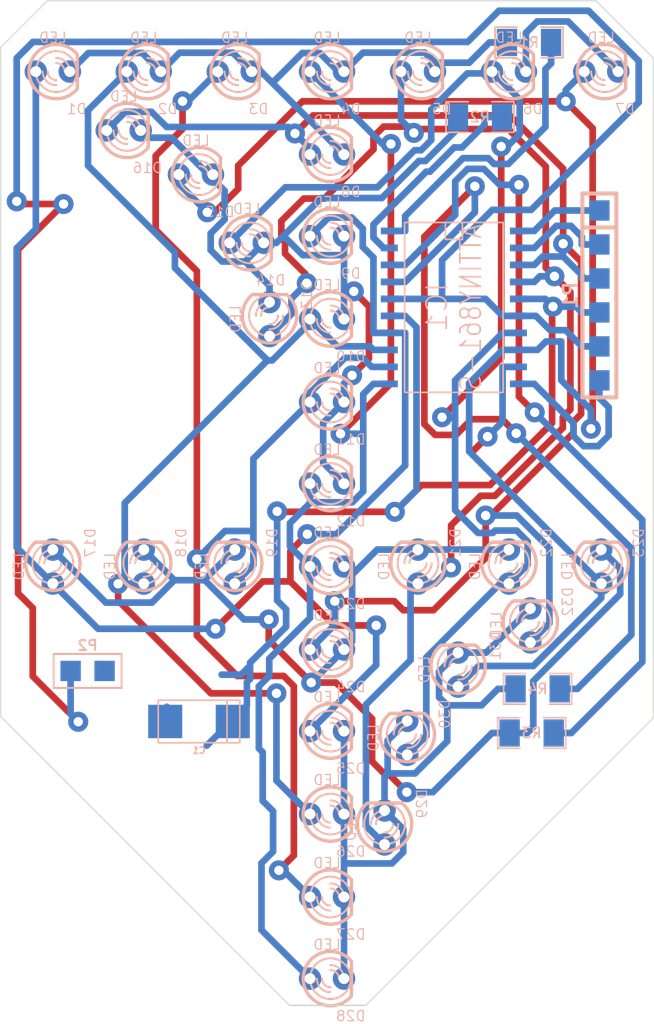
<source format=kicad_pcb>
(kicad_pcb (version 20241229) (generator "pcbnew") (generator_version "9.0")
  (layers (0 "F.Cu" signal) (2 "B.Cu" signal) (13 "F.Paste" user) (15 "B.Paste" user) (5 "F.SilkS" user "F.Silkscreen") (7 "B.SilkS" user "B.Silkscreen") (1 "F.Mask" user) (3 "B.Mask" user) (25 "Edge.Cuts" user))
  (net 0 "")
  (net 1 "Net-(IC1-AVCC)")
  (net 2 "Net-(IC1-(ADC9{slash}INT0{slash}T0{slash}PCINT14)PB6)")
  (net 3 "Net-(D1-A)")
  (net 4 "Net-(D1-K)")
  (net 5 "Net-(D10-K)")
  (net 6 "Net-(D11-K)")
  (net 7 "Net-(D12-K)")
  (net 8 "Net-(D13-K)")
  (net 9 "Net-(D14-K)")
  (net 10 "Net-(D15-K)")
  (net 11 "Net-(D16-K)")
  (net 12 "Net-(D10-A)")
  (net 13 "Net-(D17-A)")
  (net 14 "Net-(D25-A)")
  (net 15 "Net-(IC1-(ADC0{slash}DI{slash}SDA{slash}PCINT0)PA0)")
  (net 16 "Net-(IC1-(AREF{slash}PCINT3)PA3)")
  (net 17 "Net-(IC1-(MOSI{slash}DI{slash}SDA{slash}~{OC1A}{slash}PCINT8)PB0)")
  (net 18 "Net-(IC1-(ADC1{slash}DO{slash}PCINT1)PA1)")
  (net 19 "Net-(IC1-(ADC2{slash}INT1{slash}USCK{slash}SCL{slash}PCINT2)PA2)")
  (net 20 "Net-(IC1-(MISO{slash}DO{slash}OC1A{slash}PCINT9)PB1)")
  (net 21 "Net-(IC1-(ADC10{slash}~{RESET}{slash}PCINT15)PB7)")
  (footprint "SO20L" (layer "B.Cu") (at 186.582 85.1285 -90)
    (property "Reference" "IC1")
    (property "Value" "ATTINY861-S")
  )
  (footprint "SM1206" (layer "B.Cu") (at 192.8449 113.6415 180)
    (property "Reference" "R4")
    (property "Value" "R" (hide yes))
  )
  (footprint "SM1206" (layer "B.Cu") (at 192.3983 116.9399 180)
    (property "Reference" "R3")
    (property "Value" "R" (hide yes))
  )
  (footprint "SM1206" (layer "B.Cu") (at 188.536 70.8972 180)
    (property "Reference" "R2")
    (property "Value" "R" (hide yes))
  )
  (footprint "SM1206" (layer "B.Cu") (at 192.2032 65.3236 180)
    (property "Reference" "R1")
    (property "Value" "R" (hide yes))
  )
  (footprint "SalamaLED" (layer "B.Cu") (at 177.1 110.7)
    (property "Reference" "D24")
    (property "Value" "LED")
  )
  (footprint "SalamaLED" (layer "B.Cu") (at 183.9 67.5)
    (property "Reference" "D5")
    (property "Value" "LED")
  )
  (footprint "SalamaLED" (layer "B.Cu") (at 197.6 104.5 90)
    (property "Reference" "D23")
    (property "Value" "LED")
  )
  (footprint "SalamaLED" (layer "B.Cu") (at 190.7 104.5 90)
    (property "Reference" "D22")
    (property "Value" "LED")
  )
  (footprint "SalamaLED" (layer "B.Cu") (at 163.4 104.5 90)
    (property "Reference" "D18")
    (property "Value" "LED")
  )
  (footprint "SalamaLED" (layer "B.Cu") (at 156.6 104.5 90)
    (property "Reference" "D17")
    (property "Value" "LED")
  )
  (footprint "SalamaLED" (layer "B.Cu") (at 181.4 124 90)
    (property "Reference" "D29")
    (property "Value" "LED")
  )
  (footprint "SalamaLED" (layer "B.Cu") (at 177.1 135.3)
    (property "Reference" "D28")
    (property "Value" "LED")
  )
  (footprint "SalamaLED" (layer "B.Cu") (at 177.1 129.2)
    (property "Reference" "D27")
    (property "Value" "LED")
  )
  (footprint "SalamaLED" (layer "B.Cu") (at 192.3 108.9 90)
    (property "Reference" "D32")
    (property "Value" "LED")
  )
  (footprint "SalamaLED" (layer "B.Cu") (at 186.9 112.2 90)
    (property "Reference" "D31")
    (property "Value" "LED")
  )
  (footprint "SalamaLED" (layer "B.Cu") (at 183.1 117.3 90)
    (property "Reference" "D30")
    (property "Value" "LED")
  )
  (footprint "SalamaLED" (layer "B.Cu") (at 177.1 123)
    (property "Reference" "D26")
    (property "Value" "LED")
  )
  (footprint "SalamaLED" (layer "B.Cu") (at 177.1 116.8)
    (property "Reference" "D25")
    (property "Value" "LED")
  )
  (footprint "SalamaLED" (layer "B.Cu") (at 177.1 104.5)
    (property "Reference" "D20")
    (property "Value" "LED")
  )
  (footprint "SalamaLED" (layer "B.Cu") (at 177.1 67.5)
    (property "Reference" "D4")
    (property "Value" "LED")
  )
  (footprint "SalamaLED" (layer "B.Cu") (at 170.2 67.5)
    (property "Reference" "D3")
    (property "Value" "LED")
  )
  (footprint "SalamaLED" (layer "B.Cu") (at 177.1 73.7)
    (property "Reference" "D8")
    (property "Value" "LED")
  )
  (footprint "SalamaLED" (layer "B.Cu") (at 197.6 67.5)
    (property "Reference" "D7")
    (property "Value" "LED")
  )
  (footprint "SalamaLED" (layer "B.Cu") (at 190.7 67.5)
    (property "Reference" "D6")
    (property "Value" "LED")
  )
  (footprint "SalamaLED" (layer "B.Cu") (at 163.4 67.5)
    (property "Reference" "D2")
    (property "Value" "LED")
  )
  (footprint "SalamaLED" (layer "B.Cu") (at 156.6 67.5)
    (property "Reference" "D1")
    (property "Value" "LED")
  )
  (footprint "SalamaLED" (layer "B.Cu") (at 172.8 86 90)
    (property "Reference" "D13")
    (property "Value" "LED")
  )
  (footprint "SalamaLED" (layer "B.Cu") (at 177.1 98.3)
    (property "Reference" "D12")
    (property "Value" "LED")
  )
  (footprint "SalamaLED" (layer "B.Cu") (at 177.1 92.2)
    (property "Reference" "D11")
    (property "Value" "LED")
  )
  (footprint "SalamaLED" (layer "B.Cu") (at 161.9 71.9)
    (property "Reference" "D16")
    (property "Value" "LED")
  )
  (footprint "SalamaLED" (layer "B.Cu") (at 167.3 75.2)
    (property "Reference" "D15")
    (property "Value" "LED")
  )
  (footprint "SalamaLED" (layer "B.Cu") (at 171.1 80.3)
    (property "Reference" "D14")
    (property "Value" "LED")
  )
  (footprint "SalamaLED" (layer "B.Cu") (at 177.1 86)
    (property "Reference" "D10")
    (property "Value" "LED")
  )
  (footprint "SalamaLED" (layer "B.Cu") (at 177.1 79.8)
    (property "Reference" "D9")
    (property "Value" "LED")
  )
  (footprint "SalamaLED" (layer "B.Cu") (at 183.9 104.5 90)
    (property "Reference" "D21")
    (property "Value" "LED")
  )
  (footprint "SalamaLED" (layer "B.Cu") (at 170.2 104.5 90)
    (property "Reference" "D19")
    (property "Value" "LED")
  )
  (footprint "Salama_virta" (layer "B.Cu") (at 159.2 112.3 180)
    (property "Reference" "P2")
    (property "Value" "CONN_2" (hide yes))
  )
  (footprint "Ohjelmointiliitin" (layer "B.Cu") (at 197.4599 84.2346 -90)
    (property "Reference" "P1")
    (property "Value" "CONN_6" (hide yes))
  )
  (footprint "c_tant_C" (layer "B.Cu") (at 167.5277 116.0795)
    (property "Reference" "C1")
    (property "Value" "CP1" (hide yes))
  )
  (gr_line (start 152.7 112.9) (end 152.7 115.7) (stroke (width 0.1)) (layer "Edge.Cuts"))
  (gr_line (start 174.3 137.3) (end 180 137.3) (stroke (width 0.1)) (layer "Edge.Cuts"))
  (gr_line (start 196.7 62.2) (end 156.2 62.2) (stroke (width 0.1)) (layer "Edge.Cuts"))
  (gr_line (start 156.2 62.2) (end 152.7 65.7) (stroke (width 0.1)) (layer "Edge.Cuts"))
  (gr_line (start 180 137.3) (end 201.5 115.8) (stroke (width 0.1)) (layer "Edge.Cuts"))
  (gr_line (start 201.5 115.8) (end 201.5 66.5) (stroke (width 0.1)) (layer "Edge.Cuts"))
  (gr_line (start 152.7 115.7) (end 174.3 137.3) (stroke (width 0.1)) (layer "Edge.Cuts"))
  (gr_line (start 197.2 62.2) (end 196.7 62.2) (stroke (width 0.1)) (layer "Edge.Cuts"))
  (gr_line (start 201.5 66.5) (end 197.2 62.2) (stroke (width 0.1)) (layer "Edge.Cuts"))
  (gr_line (start 152.7 65.7) (end 152.7 112.9) (stroke (width 0.1)) (layer "Edge.Cuts"))
  (segment (start 158.5 116.1) (end 155.1 112.7) (width 0.5) (layer "F.Cu") (net 0))
  (segment (start 155.1 112.7) (end 155.1 107.6) (width 0.5) (layer "F.Cu") (net 0))
  (segment (start 155.1 107.6) (end 154 106.5) (width 0.5) (layer "F.Cu") (net 0))
  (segment (start 154 106.5) (end 154 80.8) (width 0.5) (layer "F.Cu") (net 0))
  (segment (start 154 80.8) (end 157.4 77.4) (width 0.5) (layer "F.Cu") (net 0))
  (segment (start 153.9 77.2) (end 154.1 77.4) (width 0.5) (layer "F.Cu") (net 0))
  (segment (start 154.1 77.4) (end 157.4 77.4) (width 0.5) (layer "F.Cu") (net 0))
  (via (at 158.5 116.1) (size 1.5) (drill 0.7) (layers "F.Cu" "B.Cu") (net 0))
  (via (at 153.9 77.2) (size 1.5) (drill 0.7) (layers "F.Cu" "B.Cu") (net 0))
  (via (at 157.4 77.4) (size 1.5) (drill 0.7) (layers "F.Cu" "B.Cu") (net 0))
  (segment (start 157.93 115.53) (end 158.5 116.1) (width 0.5) (layer "B.Cu") (net 0))
  (segment (start 185.7 84.4935) (end 182.9413 84.4935) (width 0.5) (layer "B.Cu") (net 0))
  (segment (start 185.7 81.596174) (end 189.458461 77.837713) (width 0.5) (layer "B.Cu") (net 0))
  (segment (start 189.458461 77.837713) (end 192.362287 77.837713) (width 0.5) (layer "B.Cu") (net 0))
  (segment (start 192.362287 77.837713) (end 200.4 69.8) (width 0.5) (layer "B.Cu") (net 0))
  (segment (start 200.4 69.8) (end 200.4 66.7) (width 0.5) (layer "B.Cu") (net 0))
  (segment (start 200.4 66.7) (end 196.654598 62.954598) (width 0.5) (layer "B.Cu") (net 0))
  (segment (start 196.654598 62.954598) (end 189.945402 62.954598) (width 0.5) (layer "B.Cu") (net 0))
  (segment (start 189.945402 62.954598) (end 187.615802 65.284198) (width 0.5) (layer "B.Cu") (net 0))
  (segment (start 187.615802 65.284198) (end 155.115802 65.284198) (width 0.5) (layer "B.Cu") (net 0))
  (segment (start 155.115802 65.284198) (end 153.9 66.5) (width 0.5) (layer "B.Cu") (net 0))
  (segment (start 153.9 66.5) (end 153.9 77.2) (width 0.5) (layer "B.Cu") (net 0))
  (segment (start 193.7831 86.8316) (end 194.9346 86.8316) (width 0.5) (layer "B.Cu") (net 0))
  (segment (start 190.2227 85.7635) (end 188.9527 84.4935) (width 0.5) (layer "B.Cu") (net 0))
  (segment (start 191.408 85.7635) (end 192.715 85.7635) (width 0.5) (layer "B.Cu") (net 0))
  (segment (start 185.7 84.4935) (end 185.7 81.596174) (width 0.5) (layer "B.Cu") (net 0))
  (segment (start 194.9346 86.8316) (end 196.1476 88.0446) (width 0.5) (layer "B.Cu") (net 0))
  (segment (start 157.93 112.3) (end 157.93 115.53) (width 0.5) (layer "B.Cu") (net 0))
  (segment (start 192.715 85.7635) (end 193.7831 86.8316) (width 0.5) (layer "B.Cu") (net 0))
  (segment (start 181.756 84.4935) (end 182.9413 84.4935) (width 0.5) (layer "B.Cu") (net 0))
  (segment (start 197.4599 88.0446) (end 196.1476 88.0446) (width 0.5) (layer "B.Cu") (net 0))
  (segment (start 191.408 85.7635) (end 190.2227 85.7635) (width 0.5) (layer "B.Cu") (net 0))
  (segment (start 188.9527 84.4935) (end 185.7 84.4935) (width 0.5) (layer "B.Cu") (net 0))
  (segment (start 193.9267 93.7619) (end 189.2813 98.4073) (width 0.5) (layer "F.Cu") (net 1))
  (segment (start 182.1689 100.4068) (end 173.4038 100.4068) (width 0.5) (layer "F.Cu") (net 1))
  (segment (start 193.9267 85.1371) (end 193.9267 93.7619) (width 0.5) (layer "F.Cu") (net 1))
  (segment (start 193.9933 85.0705) (end 193.9267 85.1371) (width 0.5) (layer "F.Cu") (net 1))
  (segment (start 184.1684 98.4073) (end 182.1689 100.4068) (width 0.5) (layer "F.Cu") (net 1))
  (segment (start 189.2813 98.4073) (end 184.1684 98.4073) (width 0.5) (layer "F.Cu") (net 1))
  (segment (start 173.4038 100.4068) (end 173.3703 100.3733) (width 0.5) (layer "F.Cu") (net 1))
  (via (at 182.1689 100.4068) (size 1.5) (drill 0.7) (layers "F.Cu" "B.Cu") (net 1))
  (via (at 173.3703 100.3733) (size 1.5) (drill 0.7) (layers "F.Cu" "B.Cu") (net 1))
  (via (at 193.9933 85.0705) (size 1.5) (drill 0.7) (layers "F.Cu" "B.Cu") (net 1))
  (segment (start 171.1093 114.8817) (end 169.982 116.009) (width 0.5) (layer "B.Cu") (net 1))
  (segment (start 171.3498 111.6862) (end 174.0424 108.9936) (width 0.5) (layer "B.Cu") (net 1))
  (segment (start 174.0424 108.9936) (end 174.0424 107.7045) (width 0.5) (layer "B.Cu") (net 1))
  (segment (start 168.1115 117.8795) (end 169.982 116.009) (width 0.5) (layer "B.Cu") (net 1))
  (segment (start 183.7898 98.7859) (end 182.1689 100.4068) (width 0.5) (layer "B.Cu") (net 1))
  (segment (start 174.0424 107.7045) (end 173.3703 107.0324) (width 0.5) (layer "B.Cu") (net 1))
  (segment (start 171.3498 112.0736) (end 171.3498 111.6862) (width 0.5) (layer "B.Cu") (net 1))
  (segment (start 171.3498 112.0736) (end 171.179 112.0736) (width 0.5) (layer "B.Cu") (net 1))
  (segment (start 193.9933 85.0705) (end 195.7135 85.0705) (width 0.5) (layer "B.Cu") (net 1))
  (segment (start 169.982 116.009) (end 170.0525 116.0795) (width 0.5) (layer "B.Cu") (net 1))
  (segment (start 197.4599 85.5046) (end 196.1476 85.5046) (width 0.5) (layer "B.Cu") (net 1))
  (segment (start 195.7135 85.0705) (end 196.1476 85.5046) (width 0.5) (layer "B.Cu") (net 1))
  (segment (start 193.9933 85.0705) (end 193.4163 84.4935) (width 0.5) (layer "B.Cu") (net 1))
  (segment (start 193.4163 84.4935) (end 191.408 84.4935) (width 0.5) (layer "B.Cu") (net 1))
  (segment (start 171.179 112.0736) (end 170.6716 112.581) (width 0.5) (layer "B.Cu") (net 1))
  (segment (start 182.9413 85.7635) (end 183.7898 86.612) (width 0.5) (layer "B.Cu") (net 1))
  (segment (start 171.3498 112.0736) (end 171.3498 112.8946) (width 0.5) (layer "B.Cu") (net 1))
  (segment (start 169.2209 112.581) (end 170.6716 112.581) (width 0.5) (layer "B.Cu") (net 1))
  (segment (start 171.1093 113.1351) (end 171.1093 114.8817) (width 0.5) (layer "B.Cu") (net 1))
  (segment (start 181.756 85.7635) (end 182.9413 85.7635) (width 0.5) (layer "B.Cu") (net 1))
  (segment (start 183.7898 86.612) (end 183.7898 98.7859) (width 0.5) (layer "B.Cu") (net 1))
  (segment (start 171.3498 112.8946) (end 171.1093 113.1351) (width 0.5) (layer "B.Cu") (net 1))
  (segment (start 173.3703 107.0324) (end 173.3703 100.3733) (width 0.5) (layer "B.Cu") (net 1))
  (segment (start 187.9902 95.8988) (end 189.1028 94.7862) (width 0.5) (layer "F.Cu") (net 2))
  (via (at 189.1028 94.7862) (size 1.5) (drill 0.7) (layers "F.Cu" "B.Cu") (net 2))
  (segment (start 164.8618 115.8668) (end 164.8618 115.9384) (width 0.5) (layer "B.Cu") (net 2))
  (segment (start 164.8618 115.2412) (end 165.1213 114.9817) (width 0.5) (layer "B.Cu") (net 2))
  (segment (start 190.2227 89.5735) (end 190.2227 93.6663) (width 0.5) (layer "B.Cu") (net 2))
  (segment (start 191.408 89.5735) (end 190.2227 89.5735) (width 0.5) (layer "B.Cu") (net 2))
  (segment (start 164.8618 115.8668) (end 164.8618 115.2412) (width 0.5) (layer "B.Cu") (net 2))
  (segment (start 164.8618 115.9384) (end 165.0029 116.0795) (width 0.5) (layer "B.Cu") (net 2))
  (segment (start 190.2227 93.6663) (end 189.1028 94.7862) (width 0.5) (layer "B.Cu") (net 2))
  (segment (start 191.8645 65.3236) (end 191.97 65.3236) (width 0.5) (layer "B.Cu") (net 3))
  (segment (start 191.97 67.5) (end 191.97 65.3236) (width 0.5) (layer "B.Cu") (net 3))
  (segment (start 185.17 67.5) (end 185.17 66.8372) (width 0.5) (layer "B.Cu") (net 3))
  (segment (start 176.5591 66.1114) (end 177.9477 67.5) (width 0.5) (layer "B.Cu") (net 3))
  (segment (start 164.67 67.5) (end 163.2815 66.1115) (width 0.5) (layer "B.Cu") (net 3))
  (segment (start 173.0159 68.3458) (end 178.37 73.7) (width 0.5) (layer "B.Cu") (net 3))
  (segment (start 170.0602 66.0902) (end 166.0798 66.0902) (width 0.5) (layer "B.Cu") (net 3))
  (segment (start 191.97 65.3236) (end 191.97 64.6006) (width 0.5) (layer "B.Cu") (net 3))
  (segment (start 192.816 63.7546) (end 195.1246 63.7546) (width 0.5) (layer "B.Cu") (net 3))
  (segment (start 177.9477 67.5) (end 178.37 67.5) (width 0.5) (layer "B.Cu") (net 3))
  (segment (start 190.5522 65.3236) (end 189.2399 65.3236) (width 0.5) (layer "B.Cu") (net 3))
  (segment (start 175.2503 66.1114) (end 176.5591 66.1114) (width 0.5) (layer "B.Cu") (net 3))
  (segment (start 173.0159 68.3458) (end 175.2503 66.1114) (width 0.5) (layer "B.Cu") (net 3))
  (segment (start 166.0798 66.0902) (end 164.67 67.5) (width 0.5) (layer "B.Cu") (net 3))
  (segment (start 185.17 66.8372) (end 184.417 66.0842) (width 0.5) (layer "B.Cu") (net 3))
  (segment (start 187.7263 66.8372) (end 189.2399 65.3236) (width 0.5) (layer "B.Cu") (net 3))
  (segment (start 159.2585 66.1115) (end 157.87 67.5) (width 0.5) (layer "B.Cu") (net 3))
  (segment (start 190.5522 65.3236) (end 191.8645 65.3236) (width 0.5) (layer "B.Cu") (net 3))
  (segment (start 172.17 67.5) (end 173.0159 68.3458) (width 0.5) (layer "B.Cu") (net 3))
  (segment (start 185.17 66.8372) (end 187.7263 66.8372) (width 0.5) (layer "B.Cu") (net 3))
  (segment (start 195.1246 63.7546) (end 198.87 67.5) (width 0.5) (layer "B.Cu") (net 3))
  (segment (start 184.417 66.0842) (end 179.7858 66.0842) (width 0.5) (layer "B.Cu") (net 3))
  (segment (start 171.47 67.5) (end 170.0602 66.0902) (width 0.5) (layer "B.Cu") (net 3))
  (segment (start 171.47 67.5) (end 172.17 67.5) (width 0.5) (layer "B.Cu") (net 3))
  (segment (start 191.97 64.6006) (end 192.816 63.7546) (width 0.5) (layer "B.Cu") (net 3))
  (segment (start 179.7858 66.0842) (end 178.37 67.5) (width 0.5) (layer "B.Cu") (net 3))
  (segment (start 163.2815 66.1115) (end 159.2585 66.1115) (width 0.5) (layer "B.Cu") (net 3))
  (segment (start 177.6499 108.9002) (end 180.7746 108.9002) (width 0.5) (layer "F.Cu") (net 4))
  (segment (start 174.3599 105.6102) (end 177.6499 108.9002) (width 0.5) (layer "F.Cu") (net 4))
  (segment (start 172.301 105.6102) (end 168.7615 109.1497) (width 0.5) (layer "F.Cu") (net 4))
  (segment (start 174.3599 103.344) (end 175.6264 102.0775) (width 0.5) (layer "F.Cu") (net 4))
  (segment (start 174.3599 105.6102) (end 174.3599 103.344) (width 0.5) (layer "F.Cu") (net 4))
  (segment (start 174.3599 105.6102) (end 172.301 105.6102) (width 0.5) (layer "F.Cu") (net 4))
  (via (at 175.6264 102.0775) (size 1.5) (drill 0.7) (layers "F.Cu" "B.Cu") (net 4))
  (via (at 180.7746 108.9002) (size 1.5) (drill 0.7) (layers "F.Cu" "B.Cu") (net 4))
  (via (at 168.7615 109.1497) (size 1.5) (drill 0.7) (layers "F.Cu" "B.Cu") (net 4))
  (segment (start 155.33 79.27) (end 153.9 80.7) (width 0.5) (layer "B.Cu") (net 4))
  (segment (start 153.9 80.7) (end 153.9 103.07) (width 0.5) (layer "B.Cu") (net 4))
  (segment (start 153.9 103.07) (end 156.6 105.77) (width 0.5) (layer "B.Cu") (net 4))
  (segment (start 182.9413 96.9427) (end 177.8065 102.0775) (width 0.5) (layer "B.Cu") (net 4))
  (segment (start 181.756 87.0335) (end 180.5707 87.0335) (width 0.5) (layer "B.Cu") (net 4))
  (segment (start 155.33 67.5) (end 155.33 79.27) (width 0.5) (layer "B.Cu") (net 4))
  (segment (start 159.9797 109.1497) (end 168.7615 109.1497) (width 0.5) (layer "B.Cu") (net 4))
  (segment (start 179.7704 79.2364) (end 179.7704 80.6053) (width 0.5) (layer "B.Cu") (net 4))
  (segment (start 156.6 105.77) (end 156.6 105.9874) (width 0.5) (layer "B.Cu") (net 4))
  (segment (start 156.6 105.77) (end 159.9797 109.1497) (width 0.5) (layer "B.Cu") (net 4))
  (segment (start 178.945 78.411) (end 179.7704 79.2364) (width 0.5) (layer "B.Cu") (net 4))
  (segment (start 177.8065 102.0775) (end 175.6264 102.0775) (width 0.5) (layer "B.Cu") (net 4))
  (segment (start 175.83 79.8) (end 177.219 78.411) (width 0.5) (layer "B.Cu") (net 4))
  (segment (start 180.7746 111.8554) (end 180.7746 108.9002) (width 0.5) (layer "B.Cu") (net 4))
  (segment (start 177.219 78.411) (end 178.945 78.411) (width 0.5) (layer "B.Cu") (net 4))
  (segment (start 180.5707 81.4056) (end 180.5707 87.0335) (width 0.5) (layer "B.Cu") (net 4))
  (segment (start 181.756 87.0335) (end 182.9413 87.0335) (width 0.5) (layer "B.Cu") (net 4))
  (segment (start 156.6 105.9874) (end 156.5745 106.0129) (width 0.5) (layer "B.Cu") (net 4))
  (segment (start 175.83 116.8) (end 180.7746 111.8554) (width 0.5) (layer "B.Cu") (net 4))
  (segment (start 182.9413 87.0335) (end 182.9413 96.9427) (width 0.5) (layer "B.Cu") (net 4))
  (segment (start 179.7704 80.6053) (end 180.5707 81.4056) (width 0.5) (layer "B.Cu") (net 4))
  (segment (start 161.4819 107.0389) (end 168.4182 113.9752) (width 0.5) (layer "F.Cu") (net 5))
  (segment (start 161.4819 105.7892) (end 161.4819 107.0389) (width 0.5) (layer "F.Cu") (net 5))
  (segment (start 168.4182 113.9752) (end 173.3185 113.9752) (width 0.5) (layer "F.Cu") (net 5))
  (via (at 161.4819 105.7892) (size 1.5) (drill 0.7) (layers "F.Cu" "B.Cu") (net 5))
  (via (at 173.3185 113.9752) (size 1.5) (drill 0.7) (layers "F.Cu" "B.Cu") (net 5))
  (segment (start 181.756 88.3035) (end 180.5707 88.3035) (width 0.5) (layer "B.Cu") (net 5))
  (segment (start 175.9627 86.1327) (end 177.8689 88.0389) (width 0.5) (layer "B.Cu") (net 5))
  (segment (start 159.232 70.398) (end 159.232 74.5295) (width 0.5) (layer "B.Cu") (net 5))
  (segment (start 173.3185 120.4885) (end 173.3185 113.9752) (width 0.5) (layer "B.Cu") (net 5))
  (segment (start 161.5011 105.77) (end 161.4819 105.7892) (width 0.5) (layer "B.Cu") (net 5))
  (segment (start 173.0079 89.0875) (end 175.9627 86.1327) (width 0.5) (layer "B.Cu") (net 5))
  (segment (start 161.9758 99.7538) (end 172.6421 89.0875) (width 0.5) (layer "B.Cu") (net 5))
  (segment (start 161.9758 105.77) (end 161.5011 105.77) (width 0.5) (layer "B.Cu") (net 5))
  (segment (start 159.232 74.5295) (end 165.7282 81.0257) (width 0.5) (layer "B.Cu") (net 5))
  (segment (start 180.3061 88.0389) (end 180.5707 88.3035) (width 0.5) (layer "B.Cu") (net 5))
  (segment (start 165.7282 81.0257) (end 165.7282 82.1736) (width 0.5) (layer "B.Cu") (net 5))
  (segment (start 172.6421 89.0875) (end 173.0079 89.0875) (width 0.5) (layer "B.Cu") (net 5))
  (segment (start 175.83 86) (end 175.9627 86.1327) (width 0.5) (layer "B.Cu") (net 5))
  (segment (start 161.9758 105.77) (end 161.9758 99.7538) (width 0.5) (layer "B.Cu") (net 5))
  (segment (start 163.4 105.77) (end 161.9758 105.77) (width 0.5) (layer "B.Cu") (net 5))
  (segment (start 175.83 123) (end 173.3185 120.4885) (width 0.5) (layer "B.Cu") (net 5))
  (segment (start 177.8689 88.0389) (end 180.3061 88.0389) (width 0.5) (layer "B.Cu") (net 5))
  (segment (start 162.13 67.5) (end 159.232 70.398) (width 0.5) (layer "B.Cu") (net 5))
  (segment (start 165.7282 82.1736) (end 172.6421 89.0875) (width 0.5) (layer "B.Cu") (net 5))
  (segment (start 173.8572 112.6749) (end 174.6188 113.4365) (width 0.5) (layer "F.Cu") (net 6))
  (segment (start 167.3686 103.9403) (end 167.3686 109.6591) (width 0.5) (layer "F.Cu") (net 6))
  (segment (start 167.3686 103.9403) (end 167.3686 82.4099) (width 0.5) (layer "F.Cu") (net 6))
  (segment (start 164.2887 73.7988) (end 166.298 71.7895) (width 0.5) (layer "F.Cu") (net 6))
  (segment (start 164.2888 79.3301) (end 164.2887 79.3301) (width 0.5) (layer "F.Cu") (net 6))
  (segment (start 174.6188 126.0882) (end 173.4991 127.2079) (width 0.5) (layer "F.Cu") (net 6))
  (segment (start 174.6188 113.4365) (end 174.6188 126.0882) (width 0.5) (layer "F.Cu") (net 6))
  (segment (start 167.3686 109.6591) (end 170.3844 112.6749) (width 0.5) (layer "F.Cu") (net 6))
  (segment (start 164.2887 79.3301) (end 164.2887 73.7988) (width 0.5) (layer "F.Cu") (net 6))
  (segment (start 170.3844 112.6749) (end 173.8572 112.6749) (width 0.5) (layer "F.Cu") (net 6))
  (segment (start 167.3686 82.4099) (end 164.2888 79.3301) (width 0.5) (layer "F.Cu") (net 6))
  (segment (start 166.298 71.7895) (end 166.298 69.7172) (width 0.5) (layer "F.Cu") (net 6))
  (via (at 167.3686 103.9403) (size 1.5) (drill 0.7) (layers "F.Cu" "B.Cu") (net 6))
  (via (at 173.4991 127.2079) (size 1.5) (drill 0.7) (layers "F.Cu" "B.Cu") (net 6))
  (via (at 166.298 69.7172) (size 1.5) (drill 0.7) (layers "F.Cu" "B.Cu") (net 6))
  (segment (start 168.93 67.5) (end 166.7128 69.7172) (width 0.5) (layer "B.Cu") (net 6))
  (segment (start 179.7664 88.9016) (end 180.4383 89.5735) (width 0.5) (layer "B.Cu") (net 6))
  (segment (start 173.8379 127.2079) (end 173.4991 127.2079) (width 0.5) (layer "B.Cu") (net 6))
  (segment (start 175.83 92.2) (end 171.5932 96.4368) (width 0.5) (layer "B.Cu") (net 6))
  (segment (start 175.83 92.2) (end 175.83 91.5112) (width 0.5) (layer "B.Cu") (net 6))
  (segment (start 178.4396 88.9016) (end 179.7664 88.9016) (width 0.5) (layer "B.Cu") (net 6))
  (segment (start 180.4383 89.5735) (end 181.756 89.5735) (width 0.5) (layer "B.Cu") (net 6))
  (segment (start 166.7128 69.7172) (end 166.298 69.7172) (width 0.5) (layer "B.Cu") (net 6))
  (segment (start 171.5932 104.3768) (end 170.2 105.77) (width 0.5) (layer "B.Cu") (net 6))
  (segment (start 169.4703 101.8386) (end 167.3686 103.9403) (width 0.5) (layer "B.Cu") (net 6))
  (segment (start 171.5932 96.4368) (end 171.5932 101.8386) (width 0.5) (layer "B.Cu") (net 6))
  (segment (start 171.5932 101.8386) (end 169.4703 101.8386) (width 0.5) (layer "B.Cu") (net 6))
  (segment (start 175.83 129.2) (end 173.8379 127.2079) (width 0.5) (layer "B.Cu") (net 6))
  (segment (start 175.83 91.5112) (end 178.4396 88.9016) (width 0.5) (layer "B.Cu") (net 6))
  (segment (start 171.5932 101.8386) (end 171.5932 104.3768) (width 0.5) (layer "B.Cu") (net 6))
  (segment (start 181.8739 90.8099) (end 181.8739 72.9135) (width 0.5) (layer "F.Cu") (net 7))
  (segment (start 178.1118 94.572) (end 181.8739 90.8099) (width 0.5) (layer "F.Cu") (net 7))
  (via (at 178.1118 94.572) (size 1.5) (drill 0.7) (layers "F.Cu" "B.Cu") (net 7))
  (via (at 181.8739 72.9135) (size 1.5) (drill 0.7) (layers "F.Cu" "B.Cu") (net 7))
  (segment (start 174.3261 102.9961) (end 175.83 104.5) (width 0.5) (layer "B.Cu") (net 7))
  (segment (start 173.0663 125.8018) (end 172.1988 126.6693) (width 0.5) (layer "B.Cu") (net 7))
  (segment (start 173.0663 122.7859) (end 173.0663 125.8018) (width 0.5) (layer "B.Cu") (net 7))
  (segment (start 179.8076 98.8771) (end 178.9883 99.6964) (width 0.5) (layer "B.Cu") (net 7))
  (segment (start 179.8076 91.6066) (end 180.5707 90.8435) (width 0.5) (layer "B.Cu") (net 7))
  (segment (start 181.2435 72.9135) (end 181.8739 72.9135) (width 0.5) (layer "B.Cu") (net 7))
  (segment (start 174.3261 101.2566) (end 174.3261 102.9961) (width 0.5) (layer "B.Cu") (net 7))
  (segment (start 179.8076 94.572) (end 179.8076 91.6066) (width 0.5) (layer "B.Cu") (net 7))
  (segment (start 175.83 67.5) (end 181.2435 72.9135) (width 0.5) (layer "B.Cu") (net 7))
  (segment (start 172.0048 118.0938) (end 172.2906 118.3796) (width 0.5) (layer "B.Cu") (net 7))
  (segment (start 179.8076 94.572) (end 178.1118 94.572) (width 0.5) (layer "B.Cu") (net 7))
  (segment (start 172.1988 131.6688) (end 175.83 135.3) (width 0.5) (layer "B.Cu") (net 7))
  (segment (start 175.83 98.3) (end 175.83 99.6964) (width 0.5) (layer "B.Cu") (net 7))
  (segment (start 175.83 108.3379) (end 172.7799 111.388) (width 0.5) (layer "B.Cu") (net 7))
  (segment (start 172.7799 112.6749) (end 172.0048 113.45) (width 0.5) (layer "B.Cu") (net 7))
  (segment (start 175.83 99.6964) (end 175.83 99.7527) (width 0.5) (layer "B.Cu") (net 7))
  (segment (start 179.8076 94.572) (end 179.8076 98.8771) (width 0.5) (layer "B.Cu") (net 7))
  (segment (start 178.9883 99.6964) (end 175.83 99.6964) (width 0.5) (layer "B.Cu") (net 7))
  (segment (start 172.1988 126.6693) (end 172.1988 131.6688) (width 0.5) (layer "B.Cu") (net 7))
  (segment (start 172.7799 111.388) (end 172.7799 112.6749) (width 0.5) (layer "B.Cu") (net 7))
  (segment (start 175.83 104.5) (end 175.83 108.3379) (width 0.5) (layer "B.Cu") (net 7))
  (segment (start 181.756 90.8435) (end 180.5707 90.8435) (width 0.5) (layer "B.Cu") (net 7))
  (segment (start 172.2906 122.0102) (end 173.0663 122.7859) (width 0.5) (layer "B.Cu") (net 7))
  (segment (start 175.83 99.7527) (end 174.3261 101.2566) (width 0.5) (layer "B.Cu") (net 7))
  (segment (start 172.2906 118.3796) (end 172.2906 122.0102) (width 0.5) (layer "B.Cu") (net 7))
  (segment (start 172.0048 113.45) (end 172.0048 118.0938) (width 0.5) (layer "B.Cu") (net 7))
  (segment (start 175.4773 82.6204) (end 175.4774 82.6204) (width 0.5) (layer "F.Cu") (net 8))
  (segment (start 173.685 79.9591) (end 173.9566 80.2307) (width 0.5) (layer "F.Cu") (net 8))
  (segment (start 190.6567 71.7988) (end 193.4519 74.594) (width 0.5) (layer "F.Cu") (net 8))
  (segment (start 173.685 78.671) (end 173.685 79.9591) (width 0.5) (layer "F.Cu") (net 8))
  (segment (start 183.5893 71.7988) (end 183.5893 72.0827) (width 0.5) (layer "F.Cu") (net 8))
  (segment (start 183.5893 71.7988) (end 183.4036 71.6131) (width 0.5) (layer "F.Cu") (net 8))
  (segment (start 194.727 94.1367) (end 189.6561 99.2076) (width 0.5) (layer "F.Cu") (net 8))
  (segment (start 175.4774 82.6204) (end 175.4774 83.2098) (width 0.5) (layer "F.Cu") (net 8))
  (segment (start 180.5735 72.3654) (end 180.5735 73.3165) (width 0.5) (layer "F.Cu") (net 8))
  (segment (start 175.3649 76.9911) (end 173.685 78.671) (width 0.5) (layer "F.Cu") (net 8))
  (segment (start 189.6561 99.2076) (end 188.5864 99.2076) (width 0.5) (layer "F.Cu") (net 8))
  (segment (start 176.8989 76.9911) (end 175.3649 76.9911) (width 0.5) (layer "F.Cu") (net 8))
  (segment (start 193.4519 82.1561) (end 194.0997 82.8039) (width 0.5) (layer "F.Cu") (net 8))
  (segment (start 195.2936 92.763) (end 194.727 93.3296) (width 0.5) (layer "F.Cu") (net 8))
  (segment (start 186.375 101.419) (end 186.375 104.5711) (width 0.5) (layer "F.Cu") (net 8))
  (segment (start 183.5893 71.7988) (end 190.6567 71.7988) (width 0.5) (layer "F.Cu") (net 8))
  (segment (start 180.5735 73.3165) (end 176.8989 76.9911) (width 0.5) (layer "F.Cu") (net 8))
  (segment (start 194.0997 82.8039) (end 195.2936 83.9978) (width 0.5) (layer "F.Cu") (net 8))
  (segment (start 194.727 93.3296) (end 194.727 94.1367) (width 0.5) (layer "F.Cu") (net 8))
  (segment (start 183.4036 71.6131) (end 181.3258 71.6131) (width 0.5) (layer "F.Cu") (net 8))
  (segment (start 193.4519 74.594) (end 193.4519 82.1561) (width 0.5) (layer "F.Cu") (net 8))
  (segment (start 173.9566 80.2307) (end 173.9566 81.0997) (width 0.5) (layer "F.Cu") (net 8))
  (segment (start 188.5864 99.2076) (end 186.375 101.419) (width 0.5) (layer "F.Cu") (net 8))
  (segment (start 173.9566 81.0997) (end 175.4773 82.6204) (width 0.5) (layer "F.Cu") (net 8))
  (segment (start 181.3258 71.6131) (end 180.5735 72.3654) (width 0.5) (layer "F.Cu") (net 8))
  (segment (start 175.4774 83.2098) (end 175.585 83.3174) (width 0.5) (layer "F.Cu") (net 8))
  (segment (start 195.2936 83.9978) (end 195.2936 92.763) (width 0.5) (layer "F.Cu") (net 8))
  (via (at 175.585 83.3174) (size 1.5) (drill 0.7) (layers "F.Cu" "B.Cu") (net 8))
  (via (at 186.375 104.5711) (size 1.5) (drill 0.7) (layers "F.Cu" "B.Cu") (net 8))
  (via (at 183.5893 72.0827) (size 1.5) (drill 0.7) (layers "F.Cu" "B.Cu") (net 8))
  (via (at 194.0997 82.8039) (size 1.5) (drill 0.7) (layers "F.Cu" "B.Cu") (net 8))
  (segment (start 193.0129 82.8039) (end 194.0997 82.8039) (width 0.5) (layer "B.Cu") (net 8))
  (segment (start 191.408 83.2235) (end 192.5933 83.2235) (width 0.5) (layer "B.Cu") (net 8))
  (segment (start 192.5933 83.2235) (end 193.0129 82.8039) (width 0.5) (layer "B.Cu") (net 8))
  (segment (start 180.0083 114.8216) (end 183.345 111.4849) (width 0.5) (layer "B.Cu") (net 8))
  (segment (start 182.63 67.5) (end 182.63 71.1234) (width 0.5) (layer "B.Cu") (net 8))
  (segment (start 185.1761 105.77) (end 186.375 104.5711) (width 0.5) (layer "B.Cu") (net 8))
  (segment (start 182.63 71.1234) (end 183.5893 72.0827) (width 0.5) (layer "B.Cu") (net 8))
  (segment (start 180.0083 123.8783) (end 180.0083 114.8216) (width 0.5) (layer "B.Cu") (net 8))
  (segment (start 175.585 83.3174) (end 174.4414 84.461) (width 0.5) (layer "B.Cu") (net 8))
  (segment (start 183.345 111.4849) (end 183.345 106.325) (width 0.5) (layer "B.Cu") (net 8))
  (segment (start 174.4414 84.461) (end 174.4414 85.6286) (width 0.5) (layer "B.Cu") (net 8))
  (segment (start 183.345 106.325) (end 183.9 105.77) (width 0.5) (layer "B.Cu") (net 8))
  (segment (start 183.9 105.77) (end 185.1761 105.77) (width 0.5) (layer "B.Cu") (net 8))
  (segment (start 174.4414 85.6286) (end 172.8 87.27) (width 0.5) (layer "B.Cu") (net 8))
  (segment (start 181.4 125.27) (end 180.0083 123.8783) (width 0.5) (layer "B.Cu") (net 8))
  (segment (start 190.122 73.1031) (end 190.122 88.9183) (width 0.5) (layer "F.Cu") (net 9))
  (segment (start 190.122 88.9183) (end 185.7024 93.3379) (width 0.5) (layer "F.Cu") (net 9))
  (via (at 185.7024 93.3379) (size 1.5) (drill 0.7) (layers "F.Cu" "B.Cu") (net 9))
  (via (at 190.122 73.1031) (size 1.5) (drill 0.7) (layers "F.Cu" "B.Cu") (net 9))
  (segment (start 191.5037 69.5737) (end 191.5037 72.1706) (width 0.5) (layer "B.Cu") (net 9))
  (segment (start 192.0978 104.3722) (end 190.7 105.77) (width 0.5) (layer "B.Cu") (net 9))
  (segment (start 189.43 67.5) (end 191.5037 69.5737) (width 0.5) (layer "B.Cu") (net 9))
  (segment (start 190.7 105.77) (end 190.0441 105.77) (width 0.5) (layer "B.Cu") (net 9))
  (segment (start 186.6763 90.5799) (end 186.6763 93.3379) (width 0.5) (layer "B.Cu") (net 9))
  (segment (start 191.2788 101.8082) (end 192.0978 102.6272) (width 0.5) (layer "B.Cu") (net 9))
  (segment (start 183.636 73.383) (end 184.128 73.383) (width 0.5) (layer "B.Cu") (net 9))
  (segment (start 189.4987 101.9846) (end 189.6751 101.8082) (width 0.5) (layer "B.Cu") (net 9))
  (segment (start 190.2227 87.0335) (end 186.6763 90.5799) (width 0.5) (layer "B.Cu") (net 9))
  (segment (start 186.6763 93.3379) (end 186.6763 100.2755) (width 0.5) (layer "B.Cu") (net 9))
  (segment (start 173.9789 76.1511) (end 180.8679 76.1511) (width 0.5) (layer "B.Cu") (net 9))
  (segment (start 184.8896 72.6214) (end 184.8896 70.3341) (width 0.5) (layer "B.Cu") (net 9))
  (segment (start 180.8679 76.1511) (end 183.636 73.383) (width 0.5) (layer "B.Cu") (net 9))
  (segment (start 184.5235 111.2906) (end 184.5235 117.1465) (width 0.5) (layer "B.Cu") (net 9))
  (segment (start 189.6751 101.8082) (end 191.2788 101.8082) (width 0.5) (layer "B.Cu") (net 9))
  (segment (start 191.408 87.0335) (end 190.2227 87.0335) (width 0.5) (layer "B.Cu") (net 9))
  (segment (start 189.2925 67.6375) (end 189.43 67.5) (width 0.5) (layer "B.Cu") (net 9))
  (segment (start 184.8896 70.3341) (end 187.5862 67.6375) (width 0.5) (layer "B.Cu") (net 9))
  (segment (start 187.5862 67.6375) (end 189.2925 67.6375) (width 0.5) (layer "B.Cu") (net 9))
  (segment (start 190.0441 105.77) (end 184.5235 111.2906) (width 0.5) (layer "B.Cu") (net 9))
  (segment (start 188.3854 101.9846) (end 189.4987 101.9846) (width 0.5) (layer "B.Cu") (net 9))
  (segment (start 184.5235 117.1465) (end 183.1 118.57) (width 0.5) (layer "B.Cu") (net 9))
  (segment (start 186.6763 93.3379) (end 185.7024 93.3379) (width 0.5) (layer "B.Cu") (net 9))
  (segment (start 190.5712 73.1031) (end 190.122 73.1031) (width 0.5) (layer "B.Cu") (net 9))
  (segment (start 186.6763 100.2755) (end 188.3854 101.9846) (width 0.5) (layer "B.Cu") (net 9))
  (segment (start 192.0978 102.6272) (end 192.0978 104.3722) (width 0.5) (layer "B.Cu") (net 9))
  (segment (start 169.83 80.3) (end 173.9789 76.1511) (width 0.5) (layer "B.Cu") (net 9))
  (segment (start 184.128 73.383) (end 184.8896 72.6214) (width 0.5) (layer "B.Cu") (net 9))
  (segment (start 191.5037 72.1706) (end 190.5712 73.1031) (width 0.5) (layer "B.Cu") (net 9))
  (segment (start 194.9447 69.723) (end 196.96 71.7383) (width 0.5) (layer "F.Cu") (net 10))
  (segment (start 168.1424 78.0161) (end 168.7072 78.0161) (width 0.5) (layer "F.Cu") (net 10))
  (segment (start 170.4575 76.2658) (end 170.4575 74.5306) (width 0.5) (layer "F.Cu") (net 10))
  (segment (start 168.7072 78.0161) (end 170.4575 76.2658) (width 0.5) (layer "F.Cu") (net 10))
  (segment (start 196.96 71.7383) (end 196.96 94.0674) (width 0.5) (layer "F.Cu") (net 10))
  (segment (start 175.2651 69.723) (end 194.9447 69.723) (width 0.5) (layer "F.Cu") (net 10))
  (segment (start 170.4575 74.5306) (end 175.2651 69.723) (width 0.5) (layer "F.Cu") (net 10))
  (segment (start 196.96 94.0674) (end 196.8276 94.1998) (width 0.5) (layer "F.Cu") (net 10))
  (via (at 194.9447 69.723) (size 1.5) (drill 0.7) (layers "F.Cu" "B.Cu") (net 10))
  (via (at 196.8276 94.1998) (size 1.5) (drill 0.7) (layers "F.Cu" "B.Cu") (net 10))
  (via (at 168.1424 78.0161) (size 1.5) (drill 0.7) (layers "F.Cu" "B.Cu") (net 10))
  (segment (start 187.726 90.8002) (end 187.726 95.896) (width 0.5) (layer "B.Cu") (net 10))
  (segment (start 197.6 105.77) (end 197.6 106.8492) (width 0.5) (layer "B.Cu") (net 10))
  (segment (start 187.726 95.896) (end 197.6 105.77) (width 0.5) (layer "B.Cu") (net 10))
  (segment (start 194.6113 90.5678) (end 196.8276 92.7841) (width 0.5) (layer "B.Cu") (net 10))
  (segment (start 166.03 75.9037) (end 168.1424 78.0161) (width 0.5) (layer "B.Cu") (net 10))
  (segment (start 194.9447 68.8853) (end 194.9447 69.723) (width 0.5) (layer "B.Cu") (net 10))
  (segment (start 194.6113 87.675) (end 194.6113 90.5678) (width 0.5) (layer "B.Cu") (net 10))
  (segment (start 196.33 67.5) (end 194.9447 68.8853) (width 0.5) (layer "B.Cu") (net 10))
  (segment (start 196.8276 92.7841) (end 196.8276 94.1998) (width 0.5) (layer "B.Cu") (net 10))
  (segment (start 192.8379 88.3035) (end 191.408 88.3035) (width 0.5) (layer "B.Cu") (net 10))
  (segment (start 166.03 75.2) (end 166.03 75.9037) (width 0.5) (layer "B.Cu") (net 10))
  (segment (start 193.4664 87.675) (end 192.8379 88.3035) (width 0.5) (layer "B.Cu") (net 10))
  (segment (start 197.6 106.8492) (end 192.5189 111.9303) (width 0.5) (layer "B.Cu") (net 10))
  (segment (start 190.2227 88.3035) (end 187.726 90.8002) (width 0.5) (layer "B.Cu") (net 10))
  (segment (start 191.408 88.3035) (end 190.2227 88.3035) (width 0.5) (layer "B.Cu") (net 10))
  (segment (start 192.5189 111.9303) (end 188.4397 111.9303) (width 0.5) (layer "B.Cu") (net 10))
  (segment (start 188.4397 111.9303) (end 186.9 113.47) (width 0.5) (layer "B.Cu") (net 10))
  (segment (start 193.4664 87.675) (end 194.6113 87.675) (width 0.5) (layer "B.Cu") (net 10))
  (segment (start 190.7721 70.7823) (end 194.7522 74.7624) (width 0.5) (layer "F.Cu") (net 11))
  (segment (start 195.5273 93.6612) (end 196.0939 93.0946) (width 0.5) (layer "F.Cu") (net 11))
  (segment (start 188.96 100.6843) (end 189.3393 100.6843) (width 0.5) (layer "F.Cu") (net 11))
  (segment (start 177.6755 107.0869) (end 182.1273 107.0869) (width 0.5) (layer "F.Cu") (net 11))
  (segment (start 185.0577 107.7613) (end 188.96 103.859) (width 0.5) (layer "F.Cu") (net 11))
  (segment (start 194.7522 74.7624) (end 194.7522 80.3657) (width 0.5) (layer "F.Cu") (net 11))
  (segment (start 195.5273 94.4963) (end 195.5273 93.6612) (width 0.5) (layer "F.Cu") (net 11))
  (segment (start 196.0939 93.0946) (end 196.0939 81.7074) (width 0.5) (layer "F.Cu") (net 11))
  (segment (start 182.8017 107.7613) (end 185.0577 107.7613) (width 0.5) (layer "F.Cu") (net 11))
  (segment (start 188.96 103.859) (end 188.96 100.6843) (width 0.5) (layer "F.Cu") (net 11))
  (segment (start 176.0458 70.7823) (end 190.7721 70.7823) (width 0.5) (layer "F.Cu") (net 11))
  (segment (start 189.3393 100.6843) (end 195.5273 94.4963) (width 0.5) (layer "F.Cu") (net 11))
  (segment (start 182.1273 107.0869) (end 182.8017 107.7613) (width 0.5) (layer "F.Cu") (net 11))
  (segment (start 196.0939 81.7074) (end 194.7522 80.3657) (width 0.5) (layer "F.Cu") (net 11))
  (segment (start 174.7017 72.1264) (end 176.0458 70.7823) (width 0.5) (layer "F.Cu") (net 11))
  (via (at 177.6755 107.0869) (size 1.5) (drill 0.7) (layers "F.Cu" "B.Cu") (net 11))
  (via (at 194.7522 80.3657) (size 1.5) (drill 0.7) (layers "F.Cu" "B.Cu") (net 11))
  (via (at 174.7017 72.1264) (size 1.5) (drill 0.7) (layers "F.Cu" "B.Cu") (net 11))
  (via (at 188.96 100.6843) (size 1.5) (drill 0.7) (layers "F.Cu" "B.Cu") (net 11))
  (segment (start 174.216 71.6407) (end 174.7017 72.1264) (width 0.5) (layer "B.Cu") (net 11))
  (segment (start 165.1087 71.6407) (end 174.216 71.6407) (width 0.5) (layer "B.Cu") (net 11))
  (segment (start 177.6754 108.8546) (end 177.6754 107.0869) (width 0.5) (layer "B.Cu") (net 11))
  (segment (start 191.2884 100.6843) (end 188.96 100.6843) (width 0.5) (layer "B.Cu") (net 11))
  (segment (start 193.7219 103.1178) (end 191.2884 100.6843) (width 0.5) (layer "B.Cu") (net 11))
  (segment (start 160.63 71.9) (end 162.0217 70.5083) (width 0.5) (layer "B.Cu") (net 11))
  (segment (start 197.4599 82.9646) (end 196.1476 82.9646) (width 0.5) (layer "B.Cu") (net 11))
  (segment (start 163.9763 70.5083) (end 165.1087 71.6407) (width 0.5) (layer "B.Cu") (net 11))
  (segment (start 196.1476 82.7204) (end 196.1476 82.9646) (width 0.5) (layer "B.Cu") (net 11))
  (segment (start 194.7522 81.325) (end 196.1476 82.7204) (width 0.5) (layer "B.Cu") (net 11))
  (segment (start 177.6754 107.0869) (end 177.6755 107.0869) (width 0.5) (layer "B.Cu") (net 11))
  (segment (start 192.3 110.17) (end 193.7219 108.7481) (width 0.5) (layer "B.Cu") (net 11))
  (segment (start 175.83 110.7) (end 177.6754 108.8546) (width 0.5) (layer "B.Cu") (net 11))
  (segment (start 193.2218 81.325) (end 192.5933 81.9535) (width 0.5) (layer "B.Cu") (net 11))
  (segment (start 193.7219 108.7481) (end 193.7219 103.1178) (width 0.5) (layer "B.Cu") (net 11))
  (segment (start 194.7522 81.325) (end 193.2218 81.325) (width 0.5) (layer "B.Cu") (net 11))
  (segment (start 175.83 73.7) (end 175.83 73.2547) (width 0.5) (layer "B.Cu") (net 11))
  (segment (start 194.7522 81.325) (end 194.7522 80.3657) (width 0.5) (layer "B.Cu") (net 11))
  (segment (start 175.83 73.2547) (end 174.7017 72.1264) (width 0.5) (layer "B.Cu") (net 11))
  (segment (start 191.408 81.9535) (end 192.5933 81.9535) (width 0.5) (layer "B.Cu") (net 11))
  (segment (start 162.0217 70.5083) (end 163.9763 70.5083) (width 0.5) (layer "B.Cu") (net 11))
  (segment (start 178.9733 90.2083) (end 180.234 88.9476) (width 0.5) (layer "F.Cu") (net 12))
  (segment (start 180.234 85.0582) (end 179.1047 83.9289) (width 0.5) (layer "F.Cu") (net 12))
  (segment (start 180.234 88.9476) (end 180.234 85.0582) (width 0.5) (layer "F.Cu") (net 12))
  (via (at 179.1047 83.9289) (size 1.5) (drill 0.7) (layers "F.Cu" "B.Cu") (net 12))
  (via (at 178.9733 90.2083) (size 1.5) (drill 0.7) (layers "F.Cu" "B.Cu") (net 12))
  (segment (start 178.37 81.223) (end 178.37 83.9289) (width 0.5) (layer "B.Cu") (net 12))
  (segment (start 178.37 92.2) (end 176.8115 93.7585) (width 0.5) (layer "B.Cu") (net 12))
  (segment (start 172.8 83.5172) (end 172.8 84.73) (width 0.5) (layer "B.Cu") (net 12))
  (segment (start 168.4018 79.5957) (end 169.4427 78.5548) (width 0.5) (layer "B.Cu") (net 12))
  (segment (start 178.37 90.8116) (end 178.9733 90.2083) (width 0.5) (layer "B.Cu") (net 12))
  (segment (start 176.8115 93.7585) (end 176.8115 96.7415) (width 0.5) (layer "B.Cu") (net 12))
  (segment (start 183.9676 74.1833) (end 184.4596 74.1833) (width 0.5) (layer "B.Cu") (net 12))
  (segment (start 165.4746 72.441) (end 168.4018 75.3682) (width 0.5) (layer "B.Cu") (net 12))
  (segment (start 176.8115 96.7415) (end 178.37 98.3) (width 0.5) (layer "B.Cu") (net 12))
  (segment (start 173.8428 79.7772) (end 173.32 80.3) (width 0.5) (layer "B.Cu") (net 12))
  (segment (start 170.9764 81.6936) (end 172.8 83.5172) (width 0.5) (layer "B.Cu") (net 12))
  (segment (start 173.32 80.3) (end 172.37 80.3) (width 0.5) (layer "B.Cu") (net 12))
  (segment (start 168.4018 80.8471) (end 168.4018 79.5957) (width 0.5) (layer "B.Cu") (net 12))
  (segment (start 170.9764 81.6936) (end 169.2483 81.6936) (width 0.5) (layer "B.Cu") (net 12))
  (segment (start 186.885 71.7579) (end 186.885 70.8972) (width 0.5) (layer "B.Cu") (net 12))
  (segment (start 176.6685 76.9515) (end 181.1994 76.9515) (width 0.5) (layer "B.Cu") (net 12))
  (segment (start 169.4427 76.4091) (end 168.4018 75.3682) (width 0.5) (layer "B.Cu") (net 12))
  (segment (start 175.2886 81.223) (end 173.8428 79.7772) (width 0.5) (layer "B.Cu") (net 12))
  (segment (start 163.711 72.441) (end 165.4746 72.441) (width 0.5) (layer "B.Cu") (net 12))
  (segment (start 181.1994 76.9515) (end 183.9676 74.1833) (width 0.5) (layer "B.Cu") (net 12))
  (segment (start 184.4596 74.1833) (end 186.885 71.7579) (width 0.5) (layer "B.Cu") (net 12))
  (segment (start 178.37 92.2) (end 178.37 90.8116) (width 0.5) (layer "B.Cu") (net 12))
  (segment (start 163.17 71.9) (end 163.711 72.441) (width 0.5) (layer "B.Cu") (net 12))
  (segment (start 178.37 79.8) (end 178.37 81.223) (width 0.5) (layer "B.Cu") (net 12))
  (segment (start 168.4018 75.3682) (end 168.57 75.2) (width 0.5) (layer "B.Cu") (net 12))
  (segment (start 178.37 81.223) (end 175.2886 81.223) (width 0.5) (layer "B.Cu") (net 12))
  (segment (start 169.4427 78.5548) (end 169.4427 76.4091) (width 0.5) (layer "B.Cu") (net 12))
  (segment (start 178.37 86) (end 178.37 83.9289) (width 0.5) (layer "B.Cu") (net 12))
  (segment (start 178.37 83.9289) (end 179.1047 83.9289) (width 0.5) (layer "B.Cu") (net 12))
  (segment (start 173.8428 79.7772) (end 176.6685 76.9515) (width 0.5) (layer "B.Cu") (net 12))
  (segment (start 172.37 80.3) (end 170.9764 81.6936) (width 0.5) (layer "B.Cu") (net 12))
  (segment (start 169.2483 81.6936) (end 168.4018 80.8471) (width 0.5) (layer "B.Cu") (net 12))
  (segment (start 181.8028 120.1027) (end 183.0615 121.3614) (width 0.5) (layer "F.Cu") (net 13))
  (segment (start 180.4695 115.8805) (end 180.4695 119.0759) (width 0.5) (layer "F.Cu") (net 13))
  (segment (start 172.7421 109.9939) (end 175.9192 113.171) (width 0.5) (layer "F.Cu") (net 13))
  (segment (start 172.7421 108.4549) (end 172.7421 109.9939) (width 0.5) (layer "F.Cu") (net 13))
  (segment (start 180.4695 119.0759) (end 181.4962 120.1026) (width 0.5) (layer "F.Cu") (net 13))
  (segment (start 181.8028 120.1026) (end 181.8028 120.1027) (width 0.5) (layer "F.Cu") (net 13))
  (segment (start 175.9192 113.171) (end 177.76 113.171) (width 0.5) (layer "F.Cu") (net 13))
  (segment (start 181.4962 120.1026) (end 181.8028 120.1026) (width 0.5) (layer "F.Cu") (net 13))
  (segment (start 177.76 113.171) (end 180.4695 115.8805) (width 0.5) (layer "F.Cu") (net 13))
  (via (at 175.9192 113.171) (size 1.5) (drill 0.7) (layers "F.Cu" "B.Cu") (net 13))
  (via (at 183.0615 121.3614) (size 1.5) (drill 0.7) (layers "F.Cu" "B.Cu") (net 13))
  (via (at 172.7421 108.4549) (size 1.5) (drill 0.7) (layers "F.Cu" "B.Cu") (net 13))
  (segment (start 190.7473 116.9399) (end 192.0596 116.9399) (width 0.5) (layer "B.Cu") (net 13))
  (segment (start 163.4 103.23) (end 165.6868 105.5168) (width 0.5) (layer "B.Cu") (net 13))
  (segment (start 192.5198 113.0613) (end 192.5198 116.4797) (width 0.5) (layer "B.Cu") (net 13))
  (segment (start 178.9758 105.1058) (end 178.37 104.5) (width 0.5) (layer "B.Cu") (net 13))
  (segment (start 183.9 103.23) (end 180.8516 103.23) (width 0.5) (layer "B.Cu") (net 13))
  (segment (start 164.0098 107.1938) (end 160.5638 107.1938) (width 0.5) (layer "B.Cu") (net 13))
  (segment (start 199.0183 106.5628) (end 192.5198 113.0613) (width 0.5) (layer "B.Cu") (net 13))
  (segment (start 178.37 110.7) (end 178.9758 110.0942) (width 0.5) (layer "B.Cu") (net 13))
  (segment (start 180.8516 103.23) (end 178.9758 105.1058) (width 0.5) (layer "B.Cu") (net 13))
  (segment (start 165.6868 105.5168) (end 164.0098 107.1938) (width 0.5) (layer "B.Cu") (net 13))
  (segment (start 192.5198 116.4797) (end 192.0596 116.9399) (width 0.5) (layer "B.Cu") (net 13))
  (segment (start 167.9555 105.4745) (end 170.2 103.23) (width 0.5) (layer "B.Cu") (net 13))
  (segment (start 167.9555 105.5168) (end 165.6868 105.5168) (width 0.5) (layer "B.Cu") (net 13))
  (segment (start 160.5638 107.1938) (end 156.6 103.23) (width 0.5) (layer "B.Cu") (net 13))
  (segment (start 199.0183 104.6483) (end 199.0183 106.5628) (width 0.5) (layer "B.Cu") (net 13))
  (segment (start 190.7473 116.9399) (end 189.435 116.9399) (width 0.5) (layer "B.Cu") (net 13))
  (segment (start 178.9758 110.0942) (end 178.9758 105.1058) (width 0.5) (layer "B.Cu") (net 13))
  (segment (start 185.0135 121.3614) (end 183.0615 121.3614) (width 0.5) (layer "B.Cu") (net 13))
  (segment (start 167.9555 105.5168) (end 167.9555 105.4745) (width 0.5) (layer "B.Cu") (net 13))
  (segment (start 190.7 103.23) (end 183.9 103.23) (width 0.5) (layer "B.Cu") (net 13))
  (segment (start 172.7421 108.4549) (end 170.8936 108.4549) (width 0.5) (layer "B.Cu") (net 13))
  (segment (start 170.8936 108.4549) (end 167.9555 105.5168) (width 0.5) (layer "B.Cu") (net 13))
  (segment (start 178.37 110.7) (end 178.37 110.7202) (width 0.5) (layer "B.Cu") (net 13))
  (segment (start 178.37 110.7202) (end 175.9192 113.171) (width 0.5) (layer "B.Cu") (net 13))
  (segment (start 189.435 116.9399) (end 185.0135 121.3614) (width 0.5) (layer "B.Cu") (net 13))
  (segment (start 197.6 103.23) (end 199.0183 104.6483) (width 0.5) (layer "B.Cu") (net 13))
  (segment (start 182.7991 124.1291) (end 181.4 122.73) (width 0.5) (layer "B.Cu") (net 14))
  (segment (start 181.4 122.73) (end 181.4 120.1915) (width 0.5) (layer "B.Cu") (net 14))
  (segment (start 185.475 112.355) (end 186.9 110.93) (width 0.5) (layer "B.Cu") (net 14))
  (segment (start 186.9 110.93) (end 189 110.93) (width 0.5) (layer "B.Cu") (net 14))
  (segment (start 186.0887 114.8725) (end 185.475 114.2588) (width 0.5) (layer "B.Cu") (net 14))
  (segment (start 183.6814 119.9608) (end 181.6307 119.9608) (width 0.5) (layer "B.Cu") (net 14))
  (segment (start 186.0887 114.8725) (end 186.0887 117.5535) (width 0.5) (layer "B.Cu") (net 14))
  (segment (start 181.9503 126.6911) (end 182.7991 125.8423) (width 0.5) (layer "B.Cu") (net 14))
  (segment (start 178.37 126.6911) (end 181.9503 126.6911) (width 0.5) (layer "B.Cu") (net 14))
  (segment (start 178.37 123) (end 178.37 126.6911) (width 0.5) (layer "B.Cu") (net 14))
  (segment (start 185.475 114.2588) (end 185.475 112.355) (width 0.5) (layer "B.Cu") (net 14))
  (segment (start 186.0887 117.5535) (end 183.6814 119.9608) (width 0.5) (layer "B.Cu") (net 14))
  (segment (start 181.6307 119.9608) (end 181.6307 117.4993) (width 0.5) (layer "B.Cu") (net 14))
  (segment (start 181.6307 117.4993) (end 183.1 116.03) (width 0.5) (layer "B.Cu") (net 14))
  (segment (start 178.37 126.6911) (end 178.37 129.2) (width 0.5) (layer "B.Cu") (net 14))
  (segment (start 188.6506 114.8725) (end 186.0887 114.8725) (width 0.5) (layer "B.Cu") (net 14))
  (segment (start 181.4 120.1915) (end 181.6307 119.9608) (width 0.5) (layer "B.Cu") (net 14))
  (segment (start 191.1939 113.6415) (end 189.8816 113.6415) (width 0.5) (layer "B.Cu") (net 14))
  (segment (start 182.7991 125.8423) (end 182.7991 124.1291) (width 0.5) (layer "B.Cu") (net 14))
  (segment (start 189.8816 113.6415) (end 188.6506 114.8725) (width 0.5) (layer "B.Cu") (net 14))
  (segment (start 178.37 129.2) (end 178.37 135.3) (width 0.5) (layer "B.Cu") (net 14))
  (segment (start 178.37 116.8) (end 178.37 123) (width 0.5) (layer "B.Cu") (net 14))
  (segment (start 189 110.93) (end 192.3 107.63) (width 0.5) (layer "B.Cu") (net 14))
  (segment (start 182.9413 78.3023) (end 187.2701 73.9735) (width 0.5) (layer "B.Cu") (net 15))
  (segment (start 189.1533 73.9735) (end 189.5833 74.4035) (width 0.5) (layer "B.Cu") (net 15))
  (segment (start 182.9413 79.4135) (end 182.9413 78.3023) (width 0.5) (layer "B.Cu") (net 15))
  (segment (start 190.6606 74.4035) (end 193.4272 71.6369) (width 0.5) (layer "B.Cu") (net 15))
  (segment (start 181.756 79.4135) (end 182.9413 79.4135) (width 0.5) (layer "B.Cu") (net 15))
  (segment (start 193.4272 67.3169) (end 193.8542 66.8899) (width 0.5) (layer "B.Cu") (net 15))
  (segment (start 193.4272 71.6369) (end 193.4272 67.3169) (width 0.5) (layer "B.Cu") (net 15))
  (segment (start 193.8542 65.3236) (end 193.8542 66.8899) (width 0.5) (layer "B.Cu") (net 15))
  (segment (start 187.2701 73.9735) (end 189.1533 73.9735) (width 0.5) (layer "B.Cu") (net 15))
  (segment (start 189.5833 74.4035) (end 190.6606 74.4035) (width 0.5) (layer "B.Cu") (net 15))
  (segment (start 187.9147 93.4836) (end 190.1891 93.4836) (width 0.5) (layer "F.Cu") (net 16))
  (segment (start 184.3765 79.8483) (end 184.3765 93.8509) (width 0.5) (layer "F.Cu") (net 16))
  (segment (start 184.3765 93.8509) (end 185.1841 94.6585) (width 0.5) (layer "F.Cu") (net 16))
  (segment (start 185.1841 94.6585) (end 186.7398 94.6585) (width 0.5) (layer "F.Cu") (net 16))
  (segment (start 186.7398 94.6585) (end 187.9147 93.4836) (width 0.5) (layer "F.Cu") (net 16))
  (segment (start 188.1507 76.0741) (end 184.3765 79.8483) (width 0.5) (layer "F.Cu") (net 16))
  (segment (start 190.1891 93.4836) (end 191.2445 94.539) (width 0.5) (layer "F.Cu") (net 16))
  (via (at 191.2445 94.539) (size 1.5) (drill 0.7) (layers "F.Cu" "B.Cu") (net 16))
  (via (at 188.1507 76.0741) (size 1.5) (drill 0.7) (layers "F.Cu" "B.Cu") (net 16))
  (segment (start 199.8503 109.5994) (end 195.8082 113.6415) (width 0.5) (layer "B.Cu") (net 16))
  (segment (start 181.756 83.2235) (end 182.9413 83.2235) (width 0.5) (layer "B.Cu") (net 16))
  (segment (start 188.1507 76.0741) (end 188.1507 78.0141) (width 0.5) (layer "B.Cu") (net 16))
  (segment (start 194.4959 113.6415) (end 195.8082 113.6415) (width 0.5) (layer "B.Cu") (net 16))
  (segment (start 199.8503 103.1448) (end 199.8503 109.5994) (width 0.5) (layer "B.Cu") (net 16))
  (segment (start 188.1507 78.0141) (end 182.9413 83.2235) (width 0.5) (layer "B.Cu") (net 16))
  (segment (start 191.2445 94.539) (end 199.8503 103.1448) (width 0.5) (layer "B.Cu") (net 16))
  (segment (start 192.5933 79.4135) (end 194.1222 77.8846) (width 0.5) (layer "B.Cu") (net 17))
  (segment (start 194.1222 77.8846) (end 197.4599 77.8846) (width 0.5) (layer "B.Cu") (net 17))
  (segment (start 191.408 79.4135) (end 192.5933 79.4135) (width 0.5) (layer "B.Cu") (net 17))
  (segment (start 186.6016 73.1732) (end 187.1895 73.1732) (width 0.5) (layer "B.Cu") (net 18))
  (segment (start 180.5707 78.9315) (end 184.5186 74.9836) (width 0.5) (layer "B.Cu") (net 18))
  (segment (start 188.8747 71.488) (end 188.8747 70.8972) (width 0.5) (layer "B.Cu") (net 18))
  (segment (start 181.3422 80.6835) (end 180.5707 79.912) (width 0.5) (layer "B.Cu") (net 18))
  (segment (start 190.187 70.8972) (end 188.8747 70.8972) (width 0.5) (layer "B.Cu") (net 18))
  (segment (start 180.5707 79.912) (end 180.5707 78.9315) (width 0.5) (layer "B.Cu") (net 18))
  (segment (start 181.756 80.6835) (end 181.3422 80.6835) (width 0.5) (layer "B.Cu") (net 18))
  (segment (start 184.5186 74.9836) (end 184.7912 74.9836) (width 0.5) (layer "B.Cu") (net 18))
  (segment (start 184.7912 74.9836) (end 186.6016 73.1732) (width 0.5) (layer "B.Cu") (net 18))
  (segment (start 187.1895 73.1732) (end 188.8747 71.488) (width 0.5) (layer "B.Cu") (net 18))
  (segment (start 191.4461 91.7948) (end 192.6263 92.975) (width 0.5) (layer "F.Cu") (net 19))
  (segment (start 191.4461 75.9651) (end 191.4461 91.7948) (width 0.5) (layer "F.Cu") (net 19))
  (via (at 192.6263 92.975) (size 1.5) (drill 0.7) (layers "F.Cu" "B.Cu") (net 19))
  (via (at 191.4461 75.9651) (size 1.5) (drill 0.7) (layers "F.Cu" "B.Cu") (net 19))
  (segment (start 191.4461 75.9651) (end 190.013 75.9651) (width 0.5) (layer "B.Cu") (net 19))
  (segment (start 181.756 81.9535) (end 182.9413 81.9535) (width 0.5) (layer "B.Cu") (net 19))
  (segment (start 192.6263 92.975) (end 200.6721 101.0208) (width 0.5) (layer "B.Cu") (net 19))
  (segment (start 186.6855 78.2093) (end 182.9413 81.9535) (width 0.5) (layer "B.Cu") (net 19))
  (segment (start 190.013 75.9651) (end 188.8217 74.7738) (width 0.5) (layer "B.Cu") (net 19))
  (segment (start 194.0493 116.9399) (end 195.3616 116.9399) (width 0.5) (layer "B.Cu") (net 19))
  (segment (start 188.8217 74.7738) (end 187.6121 74.7738) (width 0.5) (layer "B.Cu") (net 19))
  (segment (start 186.6855 75.7004) (end 186.6855 78.2093) (width 0.5) (layer "B.Cu") (net 19))
  (segment (start 187.6121 74.7738) (end 186.6855 75.7004) (width 0.5) (layer "B.Cu") (net 19))
  (segment (start 200.6721 111.6294) (end 195.3616 116.9399) (width 0.5) (layer "B.Cu") (net 19))
  (segment (start 200.6721 101.0208) (end 200.6721 111.6294) (width 0.5) (layer "B.Cu") (net 19))
  (segment (start 195.3296 79.0325) (end 196.1476 79.8505) (width 0.5) (layer "B.Cu") (net 20))
  (segment (start 194.2443 79.0325) (end 195.3296 79.0325) (width 0.5) (layer "B.Cu") (net 20))
  (segment (start 191.408 80.6835) (end 192.5933 80.6835) (width 0.5) (layer "B.Cu") (net 20))
  (segment (start 196.1476 79.8505) (end 196.1476 80.4246) (width 0.5) (layer "B.Cu") (net 20))
  (segment (start 197.4599 80.4246) (end 196.1476 80.4246) (width 0.5) (layer "B.Cu") (net 20))
  (segment (start 192.5933 80.6835) (end 194.2443 79.0325) (width 0.5) (layer "B.Cu") (net 20))
  (segment (start 192.5933 90.8435) (end 195.5273 93.7775) (width 0.5) (layer "B.Cu") (net 21))
  (segment (start 197.3663 95.5001) (end 198.1546 94.7118) (width 0.5) (layer "B.Cu") (net 21))
  (segment (start 191.408 90.8435) (end 192.5933 90.8435) (width 0.5) (layer "B.Cu") (net 21))
  (segment (start 198.1546 94.7118) (end 198.1546 92.5916) (width 0.5) (layer "B.Cu") (net 21))
  (segment (start 195.5273 93.7775) (end 195.5273 94.7384) (width 0.5) (layer "B.Cu") (net 21))
  (segment (start 196.289 95.5001) (end 197.3663 95.5001) (width 0.5) (layer "B.Cu") (net 21))
  (segment (start 198.1546 92.5916) (end 197.4599 91.8969) (width 0.5) (layer "B.Cu") (net 21))
  (segment (start 195.5273 94.7384) (end 196.289 95.5001) (width 0.5) (layer "B.Cu") (net 21))
  (segment (start 197.4599 90.5846) (end 197.4599 91.8969) (width 0.5) (layer "B.Cu") (net 21))
)
</source>
